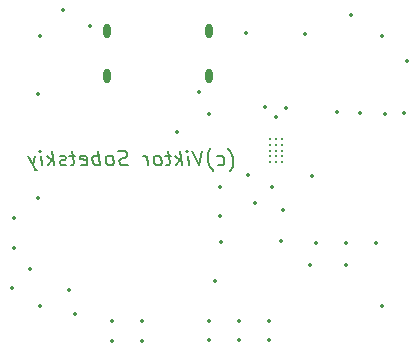
<source format=gbo>
%TF.GenerationSoftware,KiCad,Pcbnew,7.0.9*%
%TF.CreationDate,2023-11-18T02:34:40+02:00*%
%TF.ProjectId,BMS_Buck-Boost,424d535f-4275-4636-9b2d-426f6f73742e,rev?*%
%TF.SameCoordinates,Original*%
%TF.FileFunction,Legend,Bot*%
%TF.FilePolarity,Positive*%
%FSLAX46Y46*%
G04 Gerber Fmt 4.6, Leading zero omitted, Abs format (unit mm)*
G04 Created by KiCad (PCBNEW 7.0.9) date 2023-11-18 02:34:40*
%MOMM*%
%LPD*%
G01*
G04 APERTURE LIST*
%ADD10C,0.200000*%
%ADD11C,0.350000*%
%ADD12O,0.600000X1.200000*%
%ADD13C,0.200000*%
G04 APERTURE END LIST*
D10*
X170580624Y-93212814D02*
X170632707Y-93153290D01*
X170632707Y-93153290D02*
X170729433Y-92974719D01*
X170729433Y-92974719D02*
X170774076Y-92855671D01*
X170774076Y-92855671D02*
X170811279Y-92677100D01*
X170811279Y-92677100D02*
X170833600Y-92379480D01*
X170833600Y-92379480D02*
X170803838Y-92141385D01*
X170803838Y-92141385D02*
X170707112Y-91843766D01*
X170707112Y-91843766D02*
X170625267Y-91665195D01*
X170625267Y-91665195D02*
X170550862Y-91546147D01*
X170550862Y-91546147D02*
X170409493Y-91367576D01*
X170409493Y-91367576D02*
X170342529Y-91308052D01*
X169501755Y-92677100D02*
X169628243Y-92736623D01*
X169628243Y-92736623D02*
X169866339Y-92736623D01*
X169866339Y-92736623D02*
X169977946Y-92677100D01*
X169977946Y-92677100D02*
X170030029Y-92617576D01*
X170030029Y-92617576D02*
X170074672Y-92498528D01*
X170074672Y-92498528D02*
X170030029Y-92141385D01*
X170030029Y-92141385D02*
X169955624Y-92022338D01*
X169955624Y-92022338D02*
X169888660Y-91962814D01*
X169888660Y-91962814D02*
X169762172Y-91903290D01*
X169762172Y-91903290D02*
X169524077Y-91903290D01*
X169524077Y-91903290D02*
X169412469Y-91962814D01*
X169152052Y-93212814D02*
X169085088Y-93153290D01*
X169085088Y-93153290D02*
X168943719Y-92974719D01*
X168943719Y-92974719D02*
X168869314Y-92855671D01*
X168869314Y-92855671D02*
X168787469Y-92677100D01*
X168787469Y-92677100D02*
X168690743Y-92379480D01*
X168690743Y-92379480D02*
X168660981Y-92141385D01*
X168660981Y-92141385D02*
X168683302Y-91843766D01*
X168683302Y-91843766D02*
X168720505Y-91665195D01*
X168720505Y-91665195D02*
X168765148Y-91546147D01*
X168765148Y-91546147D02*
X168861874Y-91367576D01*
X168861874Y-91367576D02*
X168913957Y-91308052D01*
X168162469Y-91486623D02*
X167902053Y-92736623D01*
X167902053Y-92736623D02*
X167329136Y-91486623D01*
X167068719Y-92736623D02*
X166964552Y-91903290D01*
X166912469Y-91486623D02*
X166979433Y-91546147D01*
X166979433Y-91546147D02*
X166927350Y-91605671D01*
X166927350Y-91605671D02*
X166860386Y-91546147D01*
X166860386Y-91546147D02*
X166912469Y-91486623D01*
X166912469Y-91486623D02*
X166927350Y-91605671D01*
X166473481Y-92736623D02*
X166317231Y-91486623D01*
X166294910Y-92260433D02*
X165997290Y-92736623D01*
X165893124Y-91903290D02*
X166428838Y-92379480D01*
X165535981Y-91903290D02*
X165059790Y-91903290D01*
X165305326Y-91486623D02*
X165439255Y-92558052D01*
X165439255Y-92558052D02*
X165394612Y-92677100D01*
X165394612Y-92677100D02*
X165283005Y-92736623D01*
X165283005Y-92736623D02*
X165163957Y-92736623D01*
X164568719Y-92736623D02*
X164680326Y-92677100D01*
X164680326Y-92677100D02*
X164732409Y-92617576D01*
X164732409Y-92617576D02*
X164777052Y-92498528D01*
X164777052Y-92498528D02*
X164732409Y-92141385D01*
X164732409Y-92141385D02*
X164658004Y-92022338D01*
X164658004Y-92022338D02*
X164591040Y-91962814D01*
X164591040Y-91962814D02*
X164464552Y-91903290D01*
X164464552Y-91903290D02*
X164285980Y-91903290D01*
X164285980Y-91903290D02*
X164174373Y-91962814D01*
X164174373Y-91962814D02*
X164122290Y-92022338D01*
X164122290Y-92022338D02*
X164077647Y-92141385D01*
X164077647Y-92141385D02*
X164122290Y-92498528D01*
X164122290Y-92498528D02*
X164196695Y-92617576D01*
X164196695Y-92617576D02*
X164263659Y-92677100D01*
X164263659Y-92677100D02*
X164390147Y-92736623D01*
X164390147Y-92736623D02*
X164568719Y-92736623D01*
X163616338Y-92736623D02*
X163512171Y-91903290D01*
X163541933Y-92141385D02*
X163467528Y-92022338D01*
X163467528Y-92022338D02*
X163400564Y-91962814D01*
X163400564Y-91962814D02*
X163274076Y-91903290D01*
X163274076Y-91903290D02*
X163155028Y-91903290D01*
X161942230Y-92677100D02*
X161771099Y-92736623D01*
X161771099Y-92736623D02*
X161473480Y-92736623D01*
X161473480Y-92736623D02*
X161346992Y-92677100D01*
X161346992Y-92677100D02*
X161280028Y-92617576D01*
X161280028Y-92617576D02*
X161205623Y-92498528D01*
X161205623Y-92498528D02*
X161190742Y-92379480D01*
X161190742Y-92379480D02*
X161235385Y-92260433D01*
X161235385Y-92260433D02*
X161287468Y-92200909D01*
X161287468Y-92200909D02*
X161399076Y-92141385D01*
X161399076Y-92141385D02*
X161629730Y-92081861D01*
X161629730Y-92081861D02*
X161741337Y-92022338D01*
X161741337Y-92022338D02*
X161793421Y-91962814D01*
X161793421Y-91962814D02*
X161838064Y-91843766D01*
X161838064Y-91843766D02*
X161823183Y-91724719D01*
X161823183Y-91724719D02*
X161748778Y-91605671D01*
X161748778Y-91605671D02*
X161681814Y-91546147D01*
X161681814Y-91546147D02*
X161555326Y-91486623D01*
X161555326Y-91486623D02*
X161257706Y-91486623D01*
X161257706Y-91486623D02*
X161086576Y-91546147D01*
X160521100Y-92736623D02*
X160632707Y-92677100D01*
X160632707Y-92677100D02*
X160684790Y-92617576D01*
X160684790Y-92617576D02*
X160729433Y-92498528D01*
X160729433Y-92498528D02*
X160684790Y-92141385D01*
X160684790Y-92141385D02*
X160610385Y-92022338D01*
X160610385Y-92022338D02*
X160543421Y-91962814D01*
X160543421Y-91962814D02*
X160416933Y-91903290D01*
X160416933Y-91903290D02*
X160238361Y-91903290D01*
X160238361Y-91903290D02*
X160126754Y-91962814D01*
X160126754Y-91962814D02*
X160074671Y-92022338D01*
X160074671Y-92022338D02*
X160030028Y-92141385D01*
X160030028Y-92141385D02*
X160074671Y-92498528D01*
X160074671Y-92498528D02*
X160149076Y-92617576D01*
X160149076Y-92617576D02*
X160216040Y-92677100D01*
X160216040Y-92677100D02*
X160342528Y-92736623D01*
X160342528Y-92736623D02*
X160521100Y-92736623D01*
X159568719Y-92736623D02*
X159412469Y-91486623D01*
X159471993Y-91962814D02*
X159345505Y-91903290D01*
X159345505Y-91903290D02*
X159107409Y-91903290D01*
X159107409Y-91903290D02*
X158995802Y-91962814D01*
X158995802Y-91962814D02*
X158943719Y-92022338D01*
X158943719Y-92022338D02*
X158899076Y-92141385D01*
X158899076Y-92141385D02*
X158943719Y-92498528D01*
X158943719Y-92498528D02*
X159018124Y-92617576D01*
X159018124Y-92617576D02*
X159085088Y-92677100D01*
X159085088Y-92677100D02*
X159211576Y-92736623D01*
X159211576Y-92736623D02*
X159449671Y-92736623D01*
X159449671Y-92736623D02*
X159561278Y-92677100D01*
X157954136Y-92677100D02*
X158080624Y-92736623D01*
X158080624Y-92736623D02*
X158318719Y-92736623D01*
X158318719Y-92736623D02*
X158430326Y-92677100D01*
X158430326Y-92677100D02*
X158474969Y-92558052D01*
X158474969Y-92558052D02*
X158415446Y-92081861D01*
X158415446Y-92081861D02*
X158341041Y-91962814D01*
X158341041Y-91962814D02*
X158214553Y-91903290D01*
X158214553Y-91903290D02*
X157976457Y-91903290D01*
X157976457Y-91903290D02*
X157864850Y-91962814D01*
X157864850Y-91962814D02*
X157820207Y-92081861D01*
X157820207Y-92081861D02*
X157835088Y-92200909D01*
X157835088Y-92200909D02*
X158445207Y-92319957D01*
X157440743Y-91903290D02*
X156964552Y-91903290D01*
X157210088Y-91486623D02*
X157344017Y-92558052D01*
X157344017Y-92558052D02*
X157299374Y-92677100D01*
X157299374Y-92677100D02*
X157187767Y-92736623D01*
X157187767Y-92736623D02*
X157068719Y-92736623D01*
X156704135Y-92677100D02*
X156592528Y-92736623D01*
X156592528Y-92736623D02*
X156354433Y-92736623D01*
X156354433Y-92736623D02*
X156227945Y-92677100D01*
X156227945Y-92677100D02*
X156153540Y-92558052D01*
X156153540Y-92558052D02*
X156146100Y-92498528D01*
X156146100Y-92498528D02*
X156190742Y-92379480D01*
X156190742Y-92379480D02*
X156302350Y-92319957D01*
X156302350Y-92319957D02*
X156480921Y-92319957D01*
X156480921Y-92319957D02*
X156592528Y-92260433D01*
X156592528Y-92260433D02*
X156637171Y-92141385D01*
X156637171Y-92141385D02*
X156629731Y-92081861D01*
X156629731Y-92081861D02*
X156555326Y-91962814D01*
X156555326Y-91962814D02*
X156428838Y-91903290D01*
X156428838Y-91903290D02*
X156250266Y-91903290D01*
X156250266Y-91903290D02*
X156138659Y-91962814D01*
X155640147Y-92736623D02*
X155483897Y-91486623D01*
X155461576Y-92260433D02*
X155163956Y-92736623D01*
X155059790Y-91903290D02*
X155595504Y-92379480D01*
X154628242Y-92736623D02*
X154524075Y-91903290D01*
X154471992Y-91486623D02*
X154538956Y-91546147D01*
X154538956Y-91546147D02*
X154486873Y-91605671D01*
X154486873Y-91605671D02*
X154419909Y-91546147D01*
X154419909Y-91546147D02*
X154471992Y-91486623D01*
X154471992Y-91486623D02*
X154486873Y-91605671D01*
X154047885Y-91903290D02*
X153854433Y-92736623D01*
X153452647Y-91903290D02*
X153854433Y-92736623D01*
X153854433Y-92736623D02*
X154010683Y-93034242D01*
X154010683Y-93034242D02*
X154077647Y-93093766D01*
X154077647Y-93093766D02*
X154204135Y-93153290D01*
D11*
X177300000Y-101200000D03*
X154300000Y-95500000D03*
X175000000Y-96500000D03*
X169700000Y-94600000D03*
X180400000Y-101200000D03*
X181600000Y-88300000D03*
X185300000Y-88300000D03*
X168800000Y-88400000D03*
X172700000Y-95900000D03*
X152300000Y-99700000D03*
X154300000Y-86700000D03*
X175330000Y-87850000D03*
X173500000Y-87800000D03*
X153600000Y-101500000D03*
X179600000Y-88200000D03*
X152100000Y-103100000D03*
X157400000Y-105300000D03*
X174440000Y-88620000D03*
X169300000Y-102500000D03*
X166100000Y-89900000D03*
X174900000Y-99100000D03*
X156400000Y-79600000D03*
X152300000Y-97200000D03*
X156900000Y-103300000D03*
X171900000Y-81500000D03*
X169800000Y-99200000D03*
X183700000Y-88400000D03*
X174100000Y-94600000D03*
X176900000Y-81600000D03*
X167900000Y-86500000D03*
X180800000Y-80000000D03*
X169700000Y-97000000D03*
X172050000Y-93540000D03*
X185500000Y-83900000D03*
X158700000Y-80900000D03*
X177500000Y-93600000D03*
D12*
X168785000Y-85143600D03*
X168785000Y-81343600D03*
X160145000Y-85143600D03*
X160145000Y-81343600D03*
D11*
X177825400Y-99314000D03*
X180365400Y-99314000D03*
X182905400Y-99314000D03*
X183388000Y-104622600D03*
X173888400Y-105900000D03*
X173888400Y-107551000D03*
X171348400Y-105900000D03*
X171348400Y-107551000D03*
X168808400Y-105900000D03*
X168808400Y-107551000D03*
X154432000Y-81788000D03*
D13*
X174920000Y-92480000D03*
X174420000Y-92480000D03*
X173920000Y-92480000D03*
X174920000Y-91980000D03*
X174420000Y-91980000D03*
X173920000Y-91980000D03*
X174920000Y-91480000D03*
X174420000Y-91480000D03*
X173920000Y-91480000D03*
X174920000Y-90980000D03*
X174420000Y-90980000D03*
X173920000Y-90980000D03*
X174920000Y-90480000D03*
X174420000Y-90480000D03*
X173920000Y-90480000D03*
D11*
X163080000Y-105920000D03*
X163080000Y-107571000D03*
X160540000Y-105920000D03*
X160540000Y-107571000D03*
X154432000Y-104622600D03*
X183388000Y-81788000D03*
M02*

</source>
